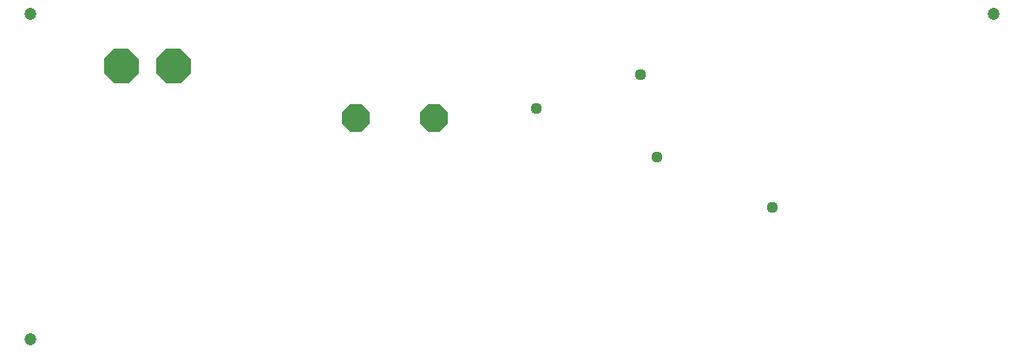
<source format=gbs>
G04 EAGLE Gerber RS-274X export*
G75*
%MOMM*%
%FSLAX34Y34*%
%LPD*%
%INBottom Solder Mask*%
%IPPOS*%
%AMOC8*
5,1,8,0,0,1.08239X$1,22.5*%
G01*
%ADD10C,1.203200*%
%ADD11P,3.629037X8X292.500000*%
%ADD12P,2.969212X8X202.500000*%
%ADD13C,1.117600*%


D10*
X25400Y342900D03*
X25400Y25400D03*
X965200Y342900D03*
D11*
X114300Y292100D03*
X165100Y292100D03*
D12*
X419100Y241300D03*
X342900Y241300D03*
D13*
X519113Y250825D03*
X636588Y203200D03*
X749300Y153988D03*
X620713Y284163D03*
M02*

</source>
